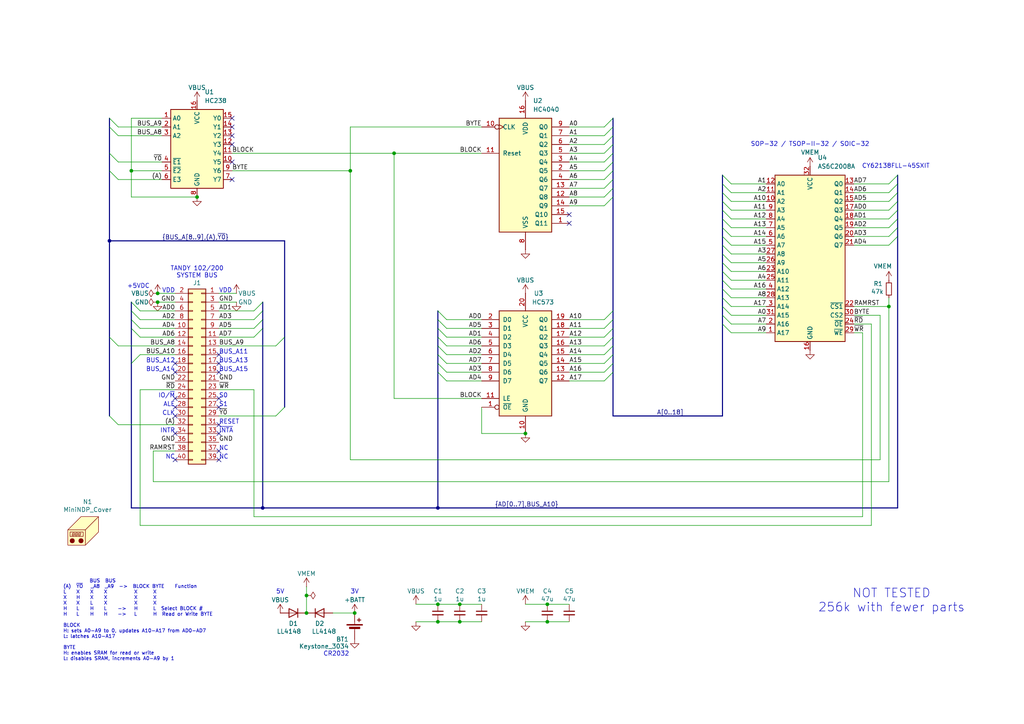
<source format=kicad_sch>
(kicad_sch (version 20250114) (generator "eeschema") (generator_version "9.0")
  (paper "A4")
  (title_block (title "MiniNDP_EZ256") (date "2025-11-20") (rev "05") (company "Brian K. White - b.kenyon.w@gmail.com") (comment 1 "github.com/bkw777/NODE_DATAPAC") (comment 2 "Use with RAM100.CO or RAM200.CO") (comment 3 "Work-alike of NODE Systems DATAPAC / RAMPAC"))
  (lib_symbols
    (symbol "000_LOCAL:4040" (pin_names (offset 1.016))
      (property "Reference" "U" (at -7.62 16.51 0))
      (property "Value" "4040" (at -7.62 -19.05 0))
      (symbol "4040_1_0"
        (pin input inverted_clock (at -12.7 12.7 0) (length 5.08) (name "CLK") (number "10"))
        (pin input line (at -12.7 5.08 0) (length 5.08) (name "Reset") (number "11"))
        (pin power_in line (at 0 20.32 270) (length 5.08) (name "VDD") (number "16"))
        (pin power_in line (at 0 -22.86 90) (length 5.08) (name "VSS") (number "8"))
        (pin output line (at 12.7 12.7 180) (length 5.08) (name "Q0") (number "9"))
        (pin output line (at 12.7 10.16 180) (length 5.08) (name "Q1") (number "7"))
        (pin output line (at 12.7 7.62 180) (length 5.08) (name "Q2") (number "6"))
        (pin output line (at 12.7 5.08 180) (length 5.08) (name "Q3") (number "5"))
        (pin output line (at 12.7 2.54 180) (length 5.08) (name "Q4") (number "3"))
        (pin output line (at 12.7 0 180) (length 5.08) (name "Q5") (number "2"))
        (pin output line (at 12.7 -2.54 180) (length 5.08) (name "Q6") (number "4"))
        (pin output line (at 12.7 -5.08 180) (length 5.08) (name "Q7") (number "13"))
        (pin output line (at 12.7 -7.62 180) (length 5.08) (name "Q8") (number "12"))
        (pin output line (at 12.7 -10.16 180) (length 5.08) (name "Q9") (number "14"))
        (pin output line (at 12.7 -12.7 180) (length 5.08) (name "Q10") (number "15"))
        (pin output line (at 12.7 -15.24 180) (length 5.08) (name "Q11") (number "1"))
      )
      (symbol "4040_1_1"
        (rectangle (start -7.62 15.24) (end 7.62 -17.78) (stroke (width 0.254)) (fill (type background)))
      )
    )
    (symbol "000_LOCAL:74HC238"
      (property "Reference" "U" (at -7.62 13.97 0))
      (property "Value" "HC238" (at 2.54 -11.43 0))
      (symbol "74HC238_0_1"
        (rectangle (start -7.62 12.7) (end 7.62 -10.16) (stroke (width 0.254)) (fill (type background)))
      )
      (symbol "74HC238_1_1"
        (pin input line (at -10.16 10.16 0) (length 2.54) (name "A0") (number "1"))
        (pin input line (at -10.16 7.62 0) (length 2.54) (name "A1") (number "2"))
        (pin input line (at -10.16 5.08 0) (length 2.54) (name "A2") (number "3"))
        (pin input line (at -10.16 -2.54 0) (length 2.54) (name "~{E1}") (number "4"))
        (pin input line (at -10.16 -5.08 0) (length 2.54) (name "~{E2}") (number "5"))
        (pin input line (at -10.16 -7.62 0) (length 2.54) (name "E3") (number "6"))
        (pin power_in line (at 0 15.24 270) (length 2.54) (name "VCC") (number "16"))
        (pin power_in line (at 0 -12.7 90) (length 2.54) (name "GND") (number "8"))
        (pin output line (at 10.16 10.16 180) (length 2.54) (name "Y0") (number "15"))
        (pin output line (at 10.16 7.62 180) (length 2.54) (name "Y1") (number "14"))
        (pin output line (at 10.16 5.08 180) (length 2.54) (name "Y2") (number "13"))
        (pin output line (at 10.16 2.54 180) (length 2.54) (name "Y3") (number "12"))
        (pin output line (at 10.16 0 180) (length 2.54) (name "Y4") (number "11"))
        (pin output line (at 10.16 -2.54 180) (length 2.54) (name "Y5") (number "10"))
        (pin output line (at 10.16 -5.08 180) (length 2.54) (name "Y6") (number "9"))
        (pin output line (at 10.16 -7.62 180) (length 2.54) (name "Y7") (number "7"))
      )
    )
    (symbol "000_LOCAL:74x573" (pin_names (offset 1.016))
      (property "Reference" "U?" (at 0 0.762 0))
      (property "Value" "74x573" (at 0.127 -2.032 0))
      (symbol "74x573_1_0"
        (pin input line (at -12.7 12.7 0) (length 5.08) (name "D0") (number "2"))
        (pin input line (at -12.7 10.16 0) (length 5.08) (name "D1") (number "3"))
        (pin input line (at -12.7 7.62 0) (length 5.08) (name "D2") (number "4"))
        (pin input line (at -12.7 5.08 0) (length 5.08) (name "D3") (number "5"))
        (pin input line (at -12.7 2.54 0) (length 5.08) (name "D4") (number "6"))
        (pin input line (at -12.7 0 0) (length 5.08) (name "D5") (number "7"))
        (pin input line (at -12.7 -2.54 0) (length 5.08) (name "D6") (number "8"))
        (pin input line (at -12.7 -5.08 0) (length 5.08) (name "D7") (number "9"))
        (pin input line (at -12.7 -10.16 0) (length 5.08) (name "LE") (number "11"))
        (pin input inverted (at -12.7 -12.7 0) (length 5.08) (name "~{OE}") (number "1"))
        (pin power_in line (at 0 20.32 270) (length 5.08) (name "VCC") (number "20"))
        (pin power_in line (at 0 -20.32 90) (length 5.08) (name "GND") (number "10"))
        (pin tri_state line (at 12.7 12.7 180) (length 5.08) (name "Q0") (number "19"))
        (pin tri_state line (at 12.7 10.16 180) (length 5.08) (name "Q1") (number "18"))
        (pin tri_state line (at 12.7 7.62 180) (length 5.08) (name "Q2") (number "17"))
        (pin tri_state line (at 12.7 5.08 180) (length 5.08) (name "Q3") (number "16"))
        (pin tri_state line (at 12.7 2.54 180) (length 5.08) (name "Q4") (number "15"))
        (pin tri_state line (at 12.7 0 180) (length 5.08) (name "Q5") (number "14"))
        (pin tri_state line (at 12.7 -2.54 180) (length 5.08) (name "Q6") (number "13"))
        (pin tri_state line (at 12.7 -5.08 180) (length 5.08) (name "Q7") (number "12"))
      )
      (symbol "74x573_1_1"
        (rectangle (start -7.62 15.24) (end 7.62 -15.24) (stroke (width 0.254)) (fill (type background)))
      )
    )
    (symbol "000_LOCAL:AS6C2008A_DIP32_SOP32"
      (property "Reference" "U" (at -10.16 23.495 0))
      (property "Value" "AS6C2008A_DIP32_SOP32" (at 2.54 23.495 0))
      (symbol "AS6C2008A_DIP32_SOP32_0_0"
        (pin power_in line (at 0 25.4 270) (length 2.54) (name "VCC") (number "32"))
        (pin power_in line (at 0 -27.94 90) (length 2.54) (name "GND") (number "16"))
      )
      (symbol "AS6C2008A_DIP32_SOP32_0_1"
        (rectangle (start -10.16 22.86) (end 10.16 -25.4) (stroke (width 0.254)) (fill (type background)))
      )
      (symbol "AS6C2008A_DIP32_SOP32_1_1"
        (pin input line (at -12.7 20.32 0) (length 2.54) (name "A0") (number "12"))
        (pin input line (at -12.7 17.78 0) (length 2.54) (name "A1") (number "11"))
        (pin input line (at -12.7 15.24 0) (length 2.54) (name "A2") (number "10"))
        (pin input line (at -12.7 12.7 0) (length 2.54) (name "A3") (number "9"))
        (pin input line (at -12.7 10.16 0) (length 2.54) (name "A4") (number "8"))
        (pin input line (at -12.7 7.62 0) (length 2.54) (name "A5") (number "7"))
        (pin input line (at -12.7 5.08 0) (length 2.54) (name "A6") (number "6"))
        (pin input line (at -12.7 2.54 0) (length 2.54) (name "A7") (number "5"))
        (pin input line (at -12.7 0 0) (length 2.54) (name "A8") (number "27"))
        (pin input line (at -12.7 -2.54 0) (length 2.54) (name "A9") (number "26"))
        (pin input line (at -12.7 -5.08 0) (length 2.54) (name "A10") (number "23"))
        (pin input line (at -12.7 -7.62 0) (length 2.54) (name "A11") (number "25"))
        (pin input line (at -12.7 -10.16 0) (length 2.54) (name "A12") (number "4"))
        (pin input line (at -12.7 -12.7 0) (length 2.54) (name "A13") (number "28"))
        (pin input line (at -12.7 -15.24 0) (length 2.54) (name "A14") (number "3"))
        (pin input line (at -12.7 -17.78 0) (length 2.54) (name "A15") (number "31"))
        (pin input line (at -12.7 -20.32 0) (length 2.54) (name "A16") (number "2"))
        (pin input line (at -12.7 -22.86 0) (length 2.54) (name "A17") (number "1"))
        (pin tri_state line (at 12.7 20.32 180) (length 2.54) (name "Q0") (number "13"))
        (pin tri_state line (at 12.7 17.78 180) (length 2.54) (name "Q1") (number "14"))
        (pin tri_state line (at 12.7 15.24 180) (length 2.54) (name "Q2") (number "15"))
        (pin tri_state line (at 12.7 12.7 180) (length 2.54) (name "Q3") (number "17"))
        (pin tri_state line (at 12.7 10.16 180) (length 2.54) (name "Q4") (number "18"))
        (pin tri_state line (at 12.7 7.62 180) (length 2.54) (name "Q5") (number "19"))
        (pin tri_state line (at 12.7 5.08 180) (length 2.54) (name "Q6") (number "20"))
        (pin tri_state line (at 12.7 2.54 180) (length 2.54) (name "Q7") (number "21"))
        (pin input line (at 12.7 -15.24 180) (length 2.54) (name "~{CS1}") (number "22"))
        (pin input line (at 12.7 -17.78 180) (length 2.54) (name "CS2") (number "30"))
        (pin input line (at 12.7 -20.32 180) (length 2.54) (name "~{OE}") (number "24"))
        (pin input line (at 12.7 -22.86 180) (length 2.54) (name "~{WE}") (number "29"))
      )
    )
    (symbol "000_LOCAL:Battery_Cell" (pin_numbers (hide yes)) (pin_names (offset 0) (hide yes))
      (property "Reference" "BT" (at 2.54 2.54 0))
      (property "Value" "Battery_Cell" (at 2.54 0 0))
      (symbol "Battery_Cell_0_1"
        (rectangle (start -2.286 1.778) (end 2.286 1.524) (fill (type outline)))
        (rectangle (start -1.524 1.016) (end 1.524 0.508) (fill (type outline)))
        (polyline (pts (xy 0 1.778) (xy 0 2.54)))
        (polyline (pts (xy 0 0.762) (xy 0 0)))
        (polyline (pts (xy 0.762 3.048) (xy 1.778 3.048)) (stroke (width 0.254)))
        (polyline (pts (xy 1.27 3.556) (xy 1.27 2.54)) (stroke (width 0.254)))
      )
      (symbol "Battery_Cell_1_1"
        (pin passive line (at 0 5.08 270) (length 2.54) (name "+") (number "1"))
        (pin passive line (at 0 -2.54 90) (length 2.54) (name "-") (number "2"))
      )
    )
    (symbol "000_LOCAL:C" (pin_numbers (hide yes)) (pin_names (offset 0.254) (hide yes))
      (property "Reference" "C" (at 0.254 1.778 0))
      (property "Value" "C" (at 0.254 -2.032 0))
      (symbol "C_0_1"
        (polyline (pts (xy -1.524 0.508) (xy 1.524 0.508)) (stroke (width 0.3048)))
        (polyline (pts (xy -1.524 -0.508) (xy 1.524 -0.508)) (stroke (width 0.3302)))
      )
      (symbol "C_1_1"
        (pin passive line (at 0 2.54 270) (length 2.032) (name "~") (number "1"))
        (pin passive line (at 0 -2.54 90) (length 2.032) (name "~") (number "2"))
      )
    )
    (symbol "000_LOCAL:Conn_02x20_Odd_Even" (pin_names (offset 1.016) (hide yes))
      (property "Reference" "J" (at 1.27 25.4 0))
      (property "Value" "Conn_02x20_Odd_Even" (at 1.27 -27.94 0))
      (symbol "Conn_02x20_Odd_Even_1_1"
        (rectangle (start -1.27 24.13) (end 3.81 -26.67) (stroke (width 0.254)) (fill (type background)))
        (rectangle (start -1.27 22.987) (end 0 22.733) (stroke (width 0.1524)))
        (rectangle (start -1.27 20.447) (end 0 20.193) (stroke (width 0.1524)))
        (rectangle (start -1.27 17.907) (end 0 17.653) (stroke (width 0.1524)))
        (rectangle (start -1.27 15.367) (end 0 15.113) (stroke (width 0.1524)))
        (rectangle (start -1.27 12.827) (end 0 12.573) (stroke (width 0.1524)))
        (rectangle (start -1.27 10.287) (end 0 10.033) (stroke (width 0.1524)))
        (rectangle (start -1.27 7.747) (end 0 7.493) (stroke (width 0.1524)))
        (rectangle (start -1.27 5.207) (end 0 4.953) (stroke (width 0.1524)))
        (rectangle (start -1.27 2.667) (end 0 2.413) (stroke (width 0.1524)))
        (rectangle (start -1.27 0.127) (end 0 -0.127) (stroke (width 0.1524)))
        (rectangle (start -1.27 -2.413) (end 0 -2.667) (stroke (width 0.1524)))
        (rectangle (start -1.27 -4.953) (end 0 -5.207) (stroke (width 0.1524)))
        (rectangle (start -1.27 -7.493) (end 0 -7.747) (stroke (width 0.1524)))
        (rectangle (start -1.27 -10.033) (end 0 -10.287) (stroke (width 0.1524)))
        (rectangle (start -1.27 -12.573) (end 0 -12.827) (stroke (width 0.1524)))
        (rectangle (start -1.27 -15.113) (end 0 -15.367) (stroke (width 0.1524)))
        (rectangle (start -1.27 -17.653) (end 0 -17.907) (stroke (width 0.1524)))
        (rectangle (start -1.27 -20.193) (end 0 -20.447) (stroke (width 0.1524)))
        (rectangle (start -1.27 -22.733) (end 0 -22.987) (stroke (width 0.1524)))
        (rectangle (start -1.27 -25.273) (end 0 -25.527) (stroke (width 0.1524)))
        (rectangle (start 3.81 22.987) (end 2.54 22.733) (stroke (width 0.1524)))
        (rectangle (start 3.81 20.447) (end 2.54 20.193) (stroke (width 0.1524)))
        (rectangle (start 3.81 17.907) (end 2.54 17.653) (stroke (width 0.1524)))
        (rectangle (start 3.81 15.367) (end 2.54 15.113) (stroke (width 0.1524)))
        (rectangle (start 3.81 12.827) (end 2.54 12.573) (stroke (width 0.1524)))
        (rectangle (start 3.81 10.287) (end 2.54 10.033) (stroke (width 0.1524)))
        (rectangle (start 3.81 7.747) (end 2.54 7.493) (stroke (width 0.1524)))
        (rectangle (start 3.81 5.207) (end 2.54 4.953) (stroke (width 0.1524)))
        (rectangle (start 3.81 2.667) (end 2.54 2.413) (stroke (width 0.1524)))
        (rectangle (start 3.81 0.127) (end 2.54 -0.127) (stroke (width 0.1524)))
        (rectangle (start 3.81 -2.413) (end 2.54 -2.667) (stroke (width 0.1524)))
        (rectangle (start 3.81 -4.953) (end 2.54 -5.207) (stroke (width 0.1524)))
        (rectangle (start 3.81 -7.493) (end 2.54 -7.747) (stroke (width 0.1524)))
        (rectangle (start 3.81 -10.033) (end 2.54 -10.287) (stroke (width 0.1524)))
        (rectangle (start 3.81 -12.573) (end 2.54 -12.827) (stroke (width 0.1524)))
        (rectangle (start 3.81 -15.113) (end 2.54 -15.367) (stroke (width 0.1524)))
        (rectangle (start 3.81 -17.653) (end 2.54 -17.907) (stroke (width 0.1524)))
        (rectangle (start 3.81 -20.193) (end 2.54 -20.447) (stroke (width 0.1524)))
        (rectangle (start 3.81 -22.733) (end 2.54 -22.987) (stroke (width 0.1524)))
        (rectangle (start 3.81 -25.273) (end 2.54 -25.527) (stroke (width 0.1524)))
        (pin passive line (at -5.08 22.86 0) (length 3.81) (name "Pin_1") (number "1"))
        (pin passive line (at -5.08 20.32 0) (length 3.81) (name "Pin_3") (number "3"))
        (pin passive line (at -5.08 17.78 0) (length 3.81) (name "Pin_5") (number "5"))
        (pin passive line (at -5.08 15.24 0) (length 3.81) (name "Pin_7") (number "7"))
        (pin passive line (at -5.08 12.7 0) (length 3.81) (name "Pin_9") (number "9"))
        (pin passive line (at -5.08 10.16 0) (length 3.81) (name "Pin_11") (number "11"))
        (pin passive line (at -5.08 7.62 0) (length 3.81) (name "Pin_13") (number "13"))
        (pin passive line (at -5.08 5.08 0) (length 3.81) (name "Pin_15") (number "15"))
        (pin passive line (at -5.08 2.54 0) (length 3.81) (name "Pin_17") (number "17"))
        (pin passive line (at -5.08 0 0) (length 3.81) (name "Pin_19") (number "19"))
        (pin passive line (at -5.08 -2.54 0) (length 3.81) (name "Pin_21") (number "21"))
        (pin passive line (at -5.08 -5.08 0) (length 3.81) (name "Pin_23") (number "23"))
        (pin passive line (at -5.08 -7.62 0) (length 3.81) (name "Pin_25") (number "25"))
        (pin passive line (at -5.08 -10.16 0) (length 3.81) (name "Pin_27") (number "27"))
        (pin passive line (at -5.08 -12.7 0) (length 3.81) (name "Pin_29") (number "29"))
        (pin passive line (at -5.08 -15.24 0) (length 3.81) (name "Pin_31") (number "31"))
        (pin passive line (at -5.08 -17.78 0) (length 3.81) (name "Pin_33") (number "33"))
        (pin passive line (at -5.08 -20.32 0) (length 3.81) (name "Pin_35") (number "35"))
        (pin passive line (at -5.08 -22.86 0) (length 3.81) (name "Pin_37") (number "37"))
        (pin passive line (at -5.08 -25.4 0) (length 3.81) (name "Pin_39") (number "39"))
        (pin passive line (at 7.62 22.86 180) (length 3.81) (name "Pin_2") (number "2"))
        (pin passive line (at 7.62 20.32 180) (length 3.81) (name "Pin_4") (number "4"))
        (pin passive line (at 7.62 17.78 180) (length 3.81) (name "Pin_6") (number "6"))
        (pin passive line (at 7.62 15.24 180) (length 3.81) (name "Pin_8") (number "8"))
        (pin passive line (at 7.62 12.7 180) (length 3.81) (name "Pin_10") (number "10"))
        (pin passive line (at 7.62 10.16 180) (length 3.81) (name "Pin_12") (number "12"))
        (pin passive line (at 7.62 7.62 180) (length 3.81) (name "Pin_14") (number "14"))
        (pin passive line (at 7.62 5.08 180) (length 3.81) (name "Pin_16") (number "16"))
        (pin passive line (at 7.62 2.54 180) (length 3.81) (name "Pin_18") (number "18"))
        (pin passive line (at 7.62 0 180) (length 3.81) (name "Pin_20") (number "20"))
        (pin passive line (at 7.62 -2.54 180) (length 3.81) (name "Pin_22") (number "22"))
        (pin passive line (at 7.62 -5.08 180) (length 3.81) (name "Pin_24") (number "24"))
        (pin passive line (at 7.62 -7.62 180) (length 3.81) (name "Pin_26") (number "26"))
        (pin passive line (at 7.62 -10.16 180) (length 3.81) (name "Pin_28") (number "28"))
        (pin passive line (at 7.62 -12.7 180) (length 3.81) (name "Pin_30") (number "30"))
        (pin passive line (at 7.62 -15.24 180) (length 3.81) (name "Pin_32") (number "32"))
        (pin passive line (at 7.62 -17.78 180) (length 3.81) (name "Pin_34") (number "34"))
        (pin passive line (at 7.62 -20.32 180) (length 3.81) (name "Pin_36") (number "36"))
        (pin passive line (at 7.62 -22.86 180) (length 3.81) (name "Pin_38") (number "38"))
        (pin passive line (at 7.62 -25.4 180) (length 3.81) (name "Pin_40") (number "40"))
      )
    )
    (symbol "000_LOCAL:Housing" (pin_names (offset 1.016)) (exclude_from_sim yes)
      (property "Reference" "N" (at 3.81 0 0))
      (property "Value" "Housing" (at 3.81 -1.905 0))
      (symbol "Housing_0_1"
        (polyline (pts (xy -5.715 0) (xy -0.635 0) (xy 3.175 3.81)))
        (polyline (pts (xy -5.715 0) (xy -5.715 -4.445) (xy -0.635 -4.445) (xy 3.175 -0.635) (xy 3.175 3.81) (xy -1.905 3.81) (xy -5.715 0)) (fill (type background)))
        (rectangle (start -5.08 -0.635) (end -1.27 -1.905))
        (polyline (pts (xy -4.5212 -1.5748) (xy -4.4704 -1.3716)))
        (circle (center -4.445 -3.175) (radius 0.635) (fill (type outline)))
        (polyline (pts (xy -4.4196 -1.2192) (xy -4.3688 -0.9652)))
        (polyline (pts (xy -4.4196 -1.6764) (xy -4.064 -1.6764)))
        (polyline (pts (xy -4.318 -1.3208) (xy -4.0132 -1.3208)))
        (polyline (pts (xy -4.2164 -0.9144) (xy -3.9116 -0.9144)))
        (polyline (pts (xy -3.9116 -1.6256) (xy -3.8608 -1.3716)))
        (polyline (pts (xy -3.81 -1.2192) (xy -3.7592 -0.9652)))
        (polyline (pts (xy -3.6068 -1.5748) (xy -3.556 -1.3716)))
        (polyline (pts (xy -3.5052 -1.2192) (xy -3.4544 -0.9652)))
        (polyline (pts (xy -3.5052 -1.6764) (xy -3.1496 -1.6764)))
        (polyline (pts (xy -3.4036 -1.3208) (xy -3.0988 -1.3208)))
        (polyline (pts (xy -3.302 -0.9144) (xy -2.9972 -0.9144)))
        (polyline (pts (xy -2.9972 -1.6256) (xy -2.9464 -1.3716)))
        (polyline (pts (xy -2.8956 -1.2192) (xy -2.8448 -0.9652)))
        (polyline (pts (xy -2.6924 -1.5748) (xy -2.6416 -1.3716)))
        (polyline (pts (xy -2.5908 -1.2192) (xy -2.54 -0.9652)))
        (polyline (pts (xy -2.5908 -1.6764) (xy -2.2352 -1.6764)))
        (polyline (pts (xy -2.4892 -1.3208) (xy -2.1844 -1.3208)))
        (polyline (pts (xy -2.3876 -0.9144) (xy -2.0828 -0.9144)))
        (polyline (pts (xy -2.0828 -1.6256) (xy -2.032 -1.3716)))
        (polyline (pts (xy -1.9812 -1.2192) (xy -1.9304 -0.9652)))
        (circle (center -1.905 -3.175) (radius 0.635) (fill (type outline)))
        (polyline (pts (xy -0.635 0) (xy -0.635 -4.445)))
      )
    )
    (symbol "000_LOCAL:LL4148" (pin_numbers (hide yes)) (pin_names (hide yes))
      (property "Reference" "D" (at 0 2.54 0))
      (property "Value" "LL4148" (at 0 -2.54 0))
      (symbol "LL4148_0_1"
        (polyline (pts (xy -1.27 1.27) (xy -1.27 -1.27)) (stroke (width 0.254)))
        (polyline (pts (xy 1.27 1.27) (xy 1.27 -1.27) (xy -1.27 0) (xy 1.27 1.27)) (stroke (width 0.254)))
        (polyline (pts (xy 1.27 0) (xy -1.27 0)))
      )
      (symbol "LL4148_1_1"
        (pin passive line (at -3.81 0 0) (length 2.54) (name "K") (number "1"))
        (pin passive line (at 3.81 0 180) (length 2.54) (name "A") (number "2"))
      )
    )
    (symbol "000_LOCAL:R" (pin_numbers (hide yes)) (pin_names (offset 0.254) (hide yes))
      (property "Reference" "R" (at 0.762 0.508 0))
      (property "Value" "R_Small" (at 0.762 -1.016 0))
      (symbol "R_0_1"
        (rectangle (start -0.762 1.778) (end 0.762 -1.778) (stroke (width 0.2032)))
      )
      (symbol "R_1_1"
        (pin passive line (at 0 2.54 270) (length 0.762) (name "~") (number "1"))
        (pin passive line (at 0 -2.54 90) (length 0.762) (name "~") (number "2"))
      )
    )
    (symbol "power:+BATT" (power) (pin_numbers (hide yes)) (pin_names (offset 0) (hide yes))
      (property "Value" "+BATT" (at 0 3.556 0))
      (symbol "+BATT_0_1"
        (polyline (pts (xy -0.762 1.27) (xy 0 2.54)))
        (polyline (pts (xy 0 2.54) (xy 0.762 1.27)))
        (polyline (pts (xy 0 0) (xy 0 2.54)))
      )
      (symbol "+BATT_1_1"
        (pin power_in line (at 0 0 90) (length 0) (name "~") (number "1"))
      )
    )
    (symbol "power:GND" (power) (pin_numbers (hide yes)) (pin_names (offset 0) (hide yes))
      (property "Value" "GND" (at 0 -3.81 0))
      (symbol "GND_0_1"
        (polyline (pts (xy 0 0) (xy 0 -1.27) (xy 1.27 -1.27) (xy 0 -2.54) (xy -1.27 -1.27) (xy 0 -1.27)))
      )
      (symbol "GND_1_1"
        (pin power_in line (at 0 0 270) (length 0) (name "~") (number "1"))
      )
    )
    (symbol "power:PWR_FLAG" (power) (pin_numbers (hide yes)) (pin_names (offset 0) (hide yes))
      (property "Value" "PWR_FLAG" (at 0 3.81 0))
      (symbol "PWR_FLAG_0_0"
        (pin power_out line (at 0 0 90) (length 0) (name "~") (number "1"))
      )
      (symbol "PWR_FLAG_0_1"
        (polyline (pts (xy 0 0) (xy 0 1.27) (xy -1.016 1.905) (xy 0 2.54) (xy 1.016 1.905) (xy 0 1.27)))
      )
    )
    (symbol "power:VBUS" (power) (pin_numbers (hide yes)) (pin_names (offset 0) (hide yes))
      (property "Value" "VBUS" (at 0 3.556 0))
      (symbol "VBUS_0_1"
        (polyline (pts (xy -0.762 1.27) (xy 0 2.54)))
        (polyline (pts (xy 0 2.54) (xy 0.762 1.27)))
        (polyline (pts (xy 0 0) (xy 0 2.54)))
      )
      (symbol "VBUS_1_1"
        (pin power_in line (at 0 0 90) (length 0) (name "~") (number "1"))
      )
    )
    (symbol "power:VMEM" (power) (pin_numbers (hide yes)) (pin_names (offset 0) (hide yes))
      (property "Value" "VMEM" (at 0 3.556 0))
      (symbol "VMEM_0_1"
        (polyline (pts (xy -0.762 1.27) (xy 0 2.54)))
        (polyline (pts (xy 0 2.54) (xy 0.762 1.27)))
        (polyline (pts (xy 0 0) (xy 0 2.54)))
      )
      (symbol "VMEM_1_1"
        (pin power_in line (at 0 0 90) (length 0) (name "~") (number "1"))
      )
    )
  )
  (text "BUS_A11" (at 63.5 102.87 0) (effects (font (size 1.27 1.27)) (justify left bottom)))
  (text "TANDY 102/200\nSYSTEM BUS" (at 57.15 80.772 0) (effects (font (size 1.27 1.27)) (justify bottom)))
  (text "+5VDC" (at 36.83 83.82 0) (effects (font (size 1.27 1.27)) (justify left bottom)))
  (text "BUS_A15" (at 63.5 107.95 0) (effects (font (size 1.27 1.27)) (justify left bottom)))
  (text "CY62138FLL-45SXIT" (at 259.842 48.26 0) (effects (font (size 1.27 1.27))))
  (text "INTR" (at 50.8 125.73 0) (effects (font (size 1.27 1.27)) (justify right bottom)))
  (text "BUS_A14" (at 50.8 107.95 0) (effects (font (size 1.27 1.27)) (justify right bottom)))
  (text "ALE" (at 50.8 118.11 0) (effects (font (size 1.27 1.27)) (justify right bottom)))
  (text "S1" (at 63.5 118.11 0) (effects (font (size 1.27 1.27)) (justify left bottom)))
  (text "SOP-32 / TSOP-II-32 / SOIC-32" (at 234.95 41.91 0) (effects (font (size 1.27 1.27))))
  (text "NC" (at 63.5 133.35 0) (effects (font (size 1.27 1.27)) (justify left bottom)))
  (text "NC" (at 63.5 130.81 0) (effects (font (size 1.27 1.27)) (justify left bottom)))
  (text "NOT TESTED\n256k with fewer parts" (at 258.572 174.244 0) (effects (font (size 2.54 2.54))))
  (text "~{INTA}" (at 63.5 125.73 0) (effects (font (size 1.27 1.27)) (justify left bottom)))
  (text "CR2032" (at 97.536 189.738 0) (effects (font (size 1.27 1.27))))
  (text "CLK" (at 50.8 120.65 0) (effects (font (size 1.27 1.27)) (justify right bottom)))
  (text "IO/~{M}" (at 50.8 115.57 0) (effects (font (size 1.27 1.27)) (justify right bottom)))
  (text "VDD" (at 50.8 85.09 0) (effects (font (size 1.27 1.27)) (justify right bottom)))
  (text "3V" (at 102.87 171.704 0) (effects (font (size 1.27 1.27))))
  (text "S0" (at 63.5 115.57 0) (effects (font (size 1.27 1.27)) (justify left bottom)))
  (text "RESET" (at 63.5 123.19 0) (effects (font (size 1.27 1.27)) (justify left bottom)))
  (text "NC" (at 50.8 133.35 0) (effects (font (size 1.27 1.27)) (justify right bottom)))
  (text "VDD" (at 63.5 85.09 0) (effects (font (size 1.27 1.27)) (justify left bottom)))
  (text "5V" (at 81.28 171.704 0) (effects (font (size 1.27 1.27))))
  (text "BUS_A13" (at 63.5 105.41 0) (effects (font (size 1.27 1.27)) (justify left bottom)))
  (text "          BUS  BUS\n(A)	~{YO}   _A8  _A9  ->  BLOCK BYTE    Function\nL	X	X	X		 X	   X\nX	H	X	X		 X	   X\nX	X	L	X		 X	   X\nH	L	H	L	->   H	   L  Select BLOCK #\nH	L	H	H	->   L	   H  Read or Write BYTE\n\nBLOCK\nH: sets A0-A9 to 0, updates A10-A17 from AD0-AD7\nL: latches A10-A17\n\nBYTE\nH: enables SRAM for read or write\nL: disables SRAM, increments A0-A9 by 1\n" (at 18.288 191.77 0) (effects (font (size 1 1)) (justify left bottom)))
  (text "BUS_A12" (at 50.8 105.41 0) (effects (font (size 1.27 1.27)) (justify right bottom)))
  (junction (at 45.72 85.09))
  (junction (at 152.4 125.73))
  (junction (at 133.35 175.26))
  (junction (at 102.87 177.8))
  (junction (at 127 147.32))
  (junction (at 45.72 87.63))
  (junction (at 76.2 147.32))
  (junction (at 38.1 49.53))
  (junction (at 127 180.34))
  (junction (at 31.75 69.85))
  (junction (at 88.9 172.72))
  (junction (at 88.9 177.8))
  (junction (at 57.15 57.15))
  (junction (at 158.75 180.34))
  (junction (at 257.81 88.9))
  (junction (at 127 175.26))
  (junction (at 133.35 180.34))
  (junction (at 101.6 49.53))
  (junction (at 114.3 44.45))
  (junction (at 158.75 175.26))
  (no_connect (at 63.5 123.19))
  (no_connect (at 63.5 107.95))
  (no_connect (at 67.31 34.29))
  (no_connect (at 50.8 133.35))
  (no_connect (at 63.5 115.57))
  (no_connect (at 63.5 133.35))
  (no_connect (at 67.31 52.07))
  (no_connect (at 50.8 115.57))
  (no_connect (at 165.1 64.77))
  (no_connect (at 50.8 105.41))
  (no_connect (at 67.31 36.83))
  (no_connect (at 67.31 46.99))
  (no_connect (at 50.8 107.95))
  (no_connect (at 50.8 125.73))
  (no_connect (at 50.8 118.11))
  (no_connect (at 50.8 120.65))
  (no_connect (at 63.5 130.81))
  (no_connect (at 165.1 62.23))
  (no_connect (at 63.5 105.41))
  (no_connect (at 63.5 118.11))
  (no_connect (at 63.5 125.73))
  (no_connect (at 67.31 39.37))
  (no_connect (at 63.5 102.87))
  (no_connect (at 67.31 41.91))
  (bus_entry (at 257.81 55.88) (size 2.54 -2.54))
  (bus_entry (at 40.64 95.25) (size -2.54 -2.54))
  (bus_entry (at 127 107.95) (size 2.54 2.54))
  (bus_entry (at 212.09 63.5) (size -2.54 -2.54))
  (bus_entry (at 38.1 105.41) (size 2.54 -2.54))
  (bus_entry (at 175.26 102.87) (size 2.54 -2.54))
  (bus_entry (at 175.26 39.37) (size 2.54 -2.54))
  (bus_entry (at 212.09 66.04) (size -2.54 -2.54))
  (bus_entry (at 212.09 76.2) (size -2.54 -2.54))
  (bus_entry (at 175.26 105.41) (size 2.54 -2.54))
  (bus_entry (at 127 102.87) (size 2.54 2.54))
  (bus_entry (at 31.75 44.45) (size 2.54 2.54))
  (bus_entry (at 40.64 97.79) (size -2.54 -2.54))
  (bus_entry (at 212.09 88.9) (size -2.54 -2.54))
  (bus_entry (at 40.64 90.17) (size -2.54 -2.54))
  (bus_entry (at 31.75 34.29) (size 2.54 2.54))
  (bus_entry (at 175.26 52.07) (size 2.54 -2.54))
  (bus_entry (at 212.09 71.12) (size -2.54 -2.54))
  (bus_entry (at 212.09 68.58) (size -2.54 -2.54))
  (bus_entry (at 212.09 60.96) (size -2.54 -2.54))
  (bus_entry (at 175.26 59.69) (size 2.54 -2.54))
  (bus_entry (at 175.26 44.45) (size 2.54 -2.54))
  (bus_entry (at 175.26 46.99) (size 2.54 -2.54))
  (bus_entry (at 212.09 73.66) (size -2.54 -2.54))
  (bus_entry (at 212.09 81.28) (size -2.54 -2.54))
  (bus_entry (at 175.26 36.83) (size 2.54 -2.54))
  (bus_entry (at 73.66 90.17) (size 2.54 -2.54))
  (bus_entry (at 82.55 118.11) (size -2.54 2.54))
  (bus_entry (at 175.26 97.79) (size 2.54 -2.54))
  (bus_entry (at 175.26 54.61) (size 2.54 -2.54))
  (bus_entry (at 212.09 93.98) (size -2.54 -2.54))
  (bus_entry (at 257.81 63.5) (size 2.54 -2.54))
  (bus_entry (at 175.26 107.95) (size 2.54 -2.54))
  (bus_entry (at 212.09 55.88) (size -2.54 -2.54))
  (bus_entry (at 175.26 49.53) (size 2.54 -2.54))
  (bus_entry (at 82.55 97.79) (size -2.54 2.54))
  (bus_entry (at 257.81 66.04) (size 2.54 -2.54))
  (bus_entry (at 127 105.41) (size 2.54 2.54))
  (bus_entry (at 31.75 36.83) (size 2.54 2.54))
  (bus_entry (at 31.75 49.53) (size 2.54 2.54))
  (bus_entry (at 212.09 78.74) (size -2.54 -2.54))
  (bus_entry (at 257.81 71.12) (size 2.54 -2.54))
  (bus_entry (at 257.81 68.58) (size 2.54 -2.54))
  (bus_entry (at 175.26 41.91) (size 2.54 -2.54))
  (bus_entry (at 40.64 92.71) (size -2.54 -2.54))
  (bus_entry (at 73.66 97.79) (size 2.54 -2.54))
  (bus_entry (at 127 90.17) (size 2.54 2.54))
  (bus_entry (at 175.26 95.25) (size 2.54 -2.54))
  (bus_entry (at 212.09 83.82) (size -2.54 -2.54))
  (bus_entry (at 257.81 58.42) (size 2.54 -2.54))
  (bus_entry (at 127 100.33) (size 2.54 2.54))
  (bus_entry (at 257.81 53.34) (size 2.54 -2.54))
  (bus_entry (at 212.09 91.44) (size -2.54 -2.54))
  (bus_entry (at 175.26 92.71) (size 2.54 -2.54))
  (bus_entry (at 212.09 86.36) (size -2.54 -2.54))
  (bus_entry (at 257.81 60.96) (size 2.54 -2.54))
  (bus_entry (at 31.75 97.79) (size 2.54 2.54))
  (bus_entry (at 127 97.79) (size 2.54 2.54))
  (bus_entry (at 212.09 96.52) (size -2.54 -2.54))
  (bus_entry (at 175.26 100.33) (size 2.54 -2.54))
  (bus_entry (at 212.09 53.34) (size -2.54 -2.54))
  (bus_entry (at 73.66 92.71) (size 2.54 -2.54))
  (bus_entry (at 127 92.71) (size 2.54 2.54))
  (bus_entry (at 127 95.25) (size 2.54 2.54))
  (bus_entry (at 212.09 58.42) (size -2.54 -2.54))
  (bus_entry (at 175.26 110.49) (size 2.54 -2.54))
  (bus_entry (at 34.29 123.19) (size -2.54 -2.54))
  (bus_entry (at 175.26 57.15) (size 2.54 -2.54))
  (bus_entry (at 73.66 95.25) (size 2.54 -2.54))
  (bus (pts (xy 127 102.87) (xy 127 105.41)))
  (bus (pts (xy 177.8 52.07) (xy 177.8 54.61)))
  (wire (pts (xy 165.1 41.91) (xy 175.26 41.91)))
  (bus (pts (xy 177.8 36.83) (xy 177.8 39.37)))
  (bus (pts (xy 209.55 86.36) (xy 209.55 88.9)))
  (bus (pts (xy 76.2 147.32) (xy 127 147.32)))
  (wire (pts (xy 101.6 133.35) (xy 255.27 133.35)))
  (wire (pts (xy 255.27 91.44) (xy 255.27 133.35)))
  (wire (pts (xy 44.45 130.81) (xy 44.45 139.7)))
  (wire (pts (xy 212.09 73.66) (xy 222.25 73.66)))
  (bus (pts (xy 209.55 93.98) (xy 209.55 91.44)))
  (wire (pts (xy 247.65 71.12) (xy 257.81 71.12)))
  (wire (pts (xy 129.54 105.41) (xy 139.7 105.41)))
  (wire (pts (xy 139.7 118.11) (xy 139.7 125.73)))
  (wire (pts (xy 212.09 58.42) (xy 222.25 58.42)))
  (wire (pts (xy 165.1 100.33) (xy 175.26 100.33)))
  (bus (pts (xy 209.55 71.12) (xy 209.55 73.66)))
  (wire (pts (xy 152.4 175.26) (xy 158.75 175.26)))
  (wire (pts (xy 101.6 36.83) (xy 101.6 49.53)))
  (wire (pts (xy 34.29 46.99) (xy 46.99 46.99)))
  (wire (pts (xy 40.64 97.79) (xy 50.8 97.79)))
  (bus (pts (xy 82.55 69.85) (xy 82.55 97.79)))
  (bus (pts (xy 177.8 120.65) (xy 209.55 120.65)))
  (wire (pts (xy 34.29 100.33) (xy 50.8 100.33)))
  (bus (pts (xy 209.55 53.34) (xy 209.55 55.88)))
  (bus (pts (xy 38.1 90.17) (xy 38.1 92.71)))
  (wire (pts (xy 101.6 49.53) (xy 101.6 133.35)))
  (wire (pts (xy 212.09 78.74) (xy 222.25 78.74)))
  (wire (pts (xy 114.3 44.45) (xy 114.3 115.57)))
  (wire (pts (xy 40.64 90.17) (xy 50.8 90.17)))
  (bus (pts (xy 177.8 46.99) (xy 177.8 49.53)))
  (wire (pts (xy 63.5 100.33) (xy 80.01 100.33)))
  (wire (pts (xy 165.1 52.07) (xy 175.26 52.07)))
  (bus (pts (xy 260.35 60.96) (xy 260.35 63.5)))
  (wire (pts (xy 247.65 66.04) (xy 257.81 66.04)))
  (bus (pts (xy 177.8 100.33) (xy 177.8 102.87)))
  (wire (pts (xy 212.09 68.58) (xy 222.25 68.58)))
  (bus (pts (xy 209.55 50.8) (xy 209.55 53.34)))
  (wire (pts (xy 165.1 92.71) (xy 175.26 92.71)))
  (wire (pts (xy 152.4 180.34) (xy 158.75 180.34)))
  (wire (pts (xy 212.09 55.88) (xy 222.25 55.88)))
  (wire (pts (xy 165.1 110.49) (xy 175.26 110.49)))
  (bus (pts (xy 209.55 68.58) (xy 209.55 71.12)))
  (wire (pts (xy 158.75 180.34) (xy 165.1 180.34)))
  (wire (pts (xy 120.65 180.34) (xy 127 180.34)))
  (wire (pts (xy 165.1 102.87) (xy 175.26 102.87)))
  (wire (pts (xy 212.09 81.28) (xy 222.25 81.28)))
  (bus (pts (xy 209.55 66.04) (xy 209.55 68.58)))
  (wire (pts (xy 212.09 91.44) (xy 222.25 91.44)))
  (wire (pts (xy 250.19 96.52) (xy 250.19 149.86)))
  (wire (pts (xy 45.72 85.09) (xy 50.8 85.09)))
  (wire (pts (xy 73.66 113.03) (xy 73.66 149.86)))
  (bus (pts (xy 38.1 105.41) (xy 38.1 147.32)))
  (wire (pts (xy 212.09 60.96) (xy 222.25 60.96)))
  (bus (pts (xy 209.55 60.96) (xy 209.55 63.5)))
  (wire (pts (xy 129.54 102.87) (xy 139.7 102.87)))
  (bus (pts (xy 260.35 63.5) (xy 260.35 66.04)))
  (bus (pts (xy 209.55 73.66) (xy 209.55 76.2)))
  (wire (pts (xy 63.5 90.17) (xy 73.66 90.17)))
  (wire (pts (xy 40.64 95.25) (xy 50.8 95.25)))
  (bus (pts (xy 31.75 97.79) (xy 31.75 120.65)))
  (wire (pts (xy 68.58 87.63) (xy 63.5 87.63)))
  (wire (pts (xy 257.81 86.36) (xy 257.81 88.9)))
  (bus (pts (xy 177.8 39.37) (xy 177.8 41.91)))
  (wire (pts (xy 165.1 39.37) (xy 175.26 39.37)))
  (bus (pts (xy 177.8 97.79) (xy 177.8 100.33)))
  (bus (pts (xy 177.8 34.29) (xy 177.8 36.83)))
  (bus (pts (xy 260.35 55.88) (xy 260.35 58.42)))
  (wire (pts (xy 127 175.26) (xy 133.35 175.26)))
  (wire (pts (xy 101.6 36.83) (xy 139.7 36.83)))
  (bus (pts (xy 177.8 41.91) (xy 177.8 44.45)))
  (bus (pts (xy 177.8 92.71) (xy 177.8 95.25)))
  (bus (pts (xy 177.8 102.87) (xy 177.8 105.41)))
  (wire (pts (xy 165.1 49.53) (xy 175.26 49.53)))
  (wire (pts (xy 165.1 105.41) (xy 175.26 105.41)))
  (wire (pts (xy 212.09 88.9) (xy 222.25 88.9)))
  (bus (pts (xy 209.55 120.65) (xy 209.55 93.98)))
  (bus (pts (xy 127 100.33) (xy 127 102.87)))
  (wire (pts (xy 165.1 36.83) (xy 175.26 36.83)))
  (bus (pts (xy 177.8 95.25) (xy 177.8 97.79)))
  (bus (pts (xy 82.55 97.79) (xy 82.55 118.11)))
  (wire (pts (xy 247.65 96.52) (xy 250.19 96.52)))
  (wire (pts (xy 247.65 60.96) (xy 257.81 60.96)))
  (wire (pts (xy 129.54 92.71) (xy 139.7 92.71)))
  (bus (pts (xy 38.1 95.25) (xy 38.1 105.41)))
  (wire (pts (xy 114.3 115.57) (xy 139.7 115.57)))
  (wire (pts (xy 63.5 113.03) (xy 73.66 113.03)))
  (wire (pts (xy 129.54 110.49) (xy 139.7 110.49)))
  (wire (pts (xy 212.09 53.34) (xy 222.25 53.34)))
  (wire (pts (xy 165.1 95.25) (xy 175.26 95.25)))
  (wire (pts (xy 45.72 87.63) (xy 50.8 87.63)))
  (wire (pts (xy 165.1 59.69) (xy 175.26 59.69)))
  (bus (pts (xy 177.8 107.95) (xy 177.8 120.65)))
  (wire (pts (xy 165.1 46.99) (xy 175.26 46.99)))
  (wire (pts (xy 88.9 172.72) (xy 88.9 177.8)))
  (bus (pts (xy 260.35 53.34) (xy 260.35 55.88)))
  (wire (pts (xy 67.31 49.53) (xy 101.6 49.53)))
  (bus (pts (xy 31.75 44.45) (xy 31.75 49.53)))
  (bus (pts (xy 260.35 66.04) (xy 260.35 68.58)))
  (bus (pts (xy 209.55 63.5) (xy 209.55 66.04)))
  (bus (pts (xy 76.2 90.17) (xy 76.2 92.71)))
  (bus (pts (xy 209.55 55.88) (xy 209.55 58.42)))
  (bus (pts (xy 260.35 50.8) (xy 260.35 53.34)))
  (bus (pts (xy 209.55 76.2) (xy 209.55 78.74)))
  (bus (pts (xy 76.2 92.71) (xy 76.2 95.25)))
  (wire (pts (xy 247.65 63.5) (xy 257.81 63.5)))
  (bus (pts (xy 209.55 88.9) (xy 209.55 91.44)))
  (wire (pts (xy 129.54 97.79) (xy 139.7 97.79)))
  (wire (pts (xy 212.09 76.2) (xy 222.25 76.2)))
  (bus (pts (xy 209.55 81.28) (xy 209.55 83.82)))
  (wire (pts (xy 38.1 49.53) (xy 38.1 34.29)))
  (wire (pts (xy 133.35 180.34) (xy 139.7 180.34)))
  (bus (pts (xy 127 95.25) (xy 127 97.79)))
  (bus (pts (xy 38.1 92.71) (xy 38.1 95.25)))
  (bus (pts (xy 260.35 68.58) (xy 260.35 147.32)))
  (wire (pts (xy 38.1 57.15) (xy 57.15 57.15)))
  (wire (pts (xy 63.5 92.71) (xy 73.66 92.71)))
  (wire (pts (xy 165.1 107.95) (xy 175.26 107.95)))
  (wire (pts (xy 212.09 63.5) (xy 222.25 63.5)))
  (bus (pts (xy 177.8 44.45) (xy 177.8 46.99)))
  (wire (pts (xy 212.09 71.12) (xy 222.25 71.12)))
  (wire (pts (xy 96.52 177.8) (xy 102.87 177.8)))
  (wire (pts (xy 38.1 34.29) (xy 46.99 34.29)))
  (bus (pts (xy 31.75 34.29) (xy 31.75 36.83)))
  (bus (pts (xy 260.35 58.42) (xy 260.35 60.96)))
  (wire (pts (xy 247.65 91.44) (xy 255.27 91.44)))
  (wire (pts (xy 114.3 44.45) (xy 139.7 44.45)))
  (bus (pts (xy 76.2 87.63) (xy 76.2 90.17)))
  (wire (pts (xy 247.65 58.42) (xy 257.81 58.42)))
  (wire (pts (xy 129.54 100.33) (xy 139.7 100.33)))
  (wire (pts (xy 68.58 85.09) (xy 63.5 85.09)))
  (wire (pts (xy 212.09 96.52) (xy 222.25 96.52)))
  (wire (pts (xy 38.1 49.53) (xy 46.99 49.53)))
  (wire (pts (xy 165.1 44.45) (xy 175.26 44.45)))
  (wire (pts (xy 247.65 55.88) (xy 257.81 55.88)))
  (bus (pts (xy 127 105.41) (xy 127 107.95)))
  (wire (pts (xy 247.65 53.34) (xy 257.81 53.34)))
  (bus (pts (xy 127 92.71) (xy 127 95.25)))
  (bus (pts (xy 177.8 49.53) (xy 177.8 52.07)))
  (wire (pts (xy 247.65 68.58) (xy 257.81 68.58)))
  (wire (pts (xy 40.64 113.03) (xy 40.64 152.4)))
  (wire (pts (xy 133.35 175.26) (xy 139.7 175.26)))
  (wire (pts (xy 40.64 92.71) (xy 50.8 92.71)))
  (bus (pts (xy 177.8 90.17) (xy 177.8 92.71)))
  (wire (pts (xy 63.5 97.79) (xy 73.66 97.79)))
  (bus (pts (xy 31.75 69.85) (xy 31.75 97.79)))
  (wire (pts (xy 50.8 113.03) (xy 40.64 113.03)))
  (bus (pts (xy 31.75 36.83) (xy 31.75 44.45)))
  (wire (pts (xy 250.19 149.86) (xy 73.66 149.86)))
  (wire (pts (xy 158.75 175.26) (xy 165.1 175.26)))
  (wire (pts (xy 63.5 95.25) (xy 73.66 95.25)))
  (wire (pts (xy 38.1 49.53) (xy 38.1 57.15)))
  (wire (pts (xy 257.81 88.9) (xy 257.81 139.7)))
  (bus (pts (xy 209.55 83.82) (xy 209.55 86.36)))
  (wire (pts (xy 120.65 175.26) (xy 127 175.26)))
  (bus (pts (xy 31.75 69.85) (xy 82.55 69.85)))
  (wire (pts (xy 63.5 120.65) (xy 80.01 120.65)))
  (bus (pts (xy 31.75 49.53) (xy 31.75 69.85)))
  (wire (pts (xy 165.1 54.61) (xy 175.26 54.61)))
  (wire (pts (xy 129.54 95.25) (xy 139.7 95.25)))
  (wire (pts (xy 67.31 44.45) (xy 114.3 44.45)))
  (bus (pts (xy 127 147.32) (xy 260.35 147.32)))
  (wire (pts (xy 212.09 93.98) (xy 222.25 93.98)))
  (bus (pts (xy 76.2 95.25) (xy 76.2 147.32)))
  (wire (pts (xy 44.45 130.81) (xy 50.8 130.81)))
  (bus (pts (xy 177.8 54.61) (xy 177.8 57.15)))
  (wire (pts (xy 88.9 170.18) (xy 88.9 172.72)))
  (wire (pts (xy 139.7 125.73) (xy 152.4 125.73)))
  (bus (pts (xy 127 97.79) (xy 127 100.33)))
  (bus (pts (xy 177.8 57.15) (xy 177.8 90.17)))
  (wire (pts (xy 165.1 57.15) (xy 175.26 57.15)))
  (wire (pts (xy 247.65 88.9) (xy 257.81 88.9)))
  (wire (pts (xy 40.64 102.87) (xy 50.8 102.87)))
  (wire (pts (xy 212.09 66.04) (xy 222.25 66.04)))
  (bus (pts (xy 209.55 78.74) (xy 209.55 81.28)))
  (wire (pts (xy 247.65 93.98) (xy 252.73 93.98)))
  (bus (pts (xy 209.55 58.42) (xy 209.55 60.96)))
  (wire (pts (xy 34.29 52.07) (xy 46.99 52.07)))
  (wire (pts (xy 129.54 107.95) (xy 139.7 107.95)))
  (wire (pts (xy 252.73 152.4) (xy 252.73 93.98)))
  (wire (pts (xy 34.29 123.19) (xy 50.8 123.19)))
  (bus (pts (xy 38.1 87.63) (xy 38.1 90.17)))
  (wire (pts (xy 212.09 83.82) (xy 222.25 83.82)))
  (wire (pts (xy 34.29 36.83) (xy 46.99 36.83)))
  (bus (pts (xy 127 107.95) (xy 127 147.32)))
  (wire (pts (xy 34.29 39.37) (xy 46.99 39.37)))
  (wire (pts (xy 165.1 97.79) (xy 175.26 97.79)))
  (wire (pts (xy 44.45 139.7) (xy 257.81 139.7)))
  (wire (pts (xy 127 180.34) (xy 133.35 180.34)))
  (wire (pts (xy 212.09 86.36) (xy 222.25 86.36)))
  (bus (pts (xy 127 90.17) (xy 127 92.71)))
  (bus (pts (xy 38.1 147.32) (xy 76.2 147.32)))
  (bus (pts (xy 177.8 105.41) (xy 177.8 107.95)))
  (wire (pts (xy 40.64 152.4) (xy 252.73 152.4)))
  (label "BUS_A8" (at 50.8 100.33 180))
  (label "~{RD}" (at 247.65 93.98 0))
  (label "A17" (at 165.1 110.49 0))
  (label "AD3" (at 63.5 92.71 0))
  (label "A1" (at 222.25 53.34 180))
  (label "A7" (at 222.25 93.98 180))
  (label "AD5" (at 139.7 95.25 180))
  (label "A13" (at 222.25 66.04 180))
  (label "AD0" (at 247.65 60.96 0))
  (label "A16" (at 222.25 83.82 180))
  (label "GND" (at 50.8 128.27 180))
  (label "A11" (at 165.1 95.25 0))
  (label "AD6" (at 139.7 100.33 180))
  (label "~{Y0}" (at 46.99 46.99 180))
  (label "AD1" (at 63.5 90.17 0))
  (label "GND" (at 50.8 87.63 180))
  (label "{AD[0..7],BUS_A10}" (at 143.51 147.32 0))
  (label "AD5" (at 247.65 58.42 0))
  (label "A10" (at 165.1 92.71 0))
  (label "RAMRST" (at 50.8 130.81 180))
  (label "BLOCK" (at 139.7 115.57 180))
  (label "AD7" (at 63.5 97.79 0))
  (label "AD2" (at 50.8 92.71 180))
  (label "~{Y0}" (at 63.5 120.65 0))
  (label "GND" (at 50.8 110.49 180))
  (label "AD1" (at 247.65 63.5 0))
  (label "A12" (at 165.1 97.79 0))
  (label "A17" (at 222.25 88.9 180))
  (label "A8" (at 165.1 57.15 0))
  (label "AD0" (at 139.7 92.71 180))
  (label "A3" (at 222.25 73.66 180))
  (label "A[0..18]" (at 190.5 120.65 0))
  (label "GND" (at 63.5 110.49 0))
  (label "A8" (at 222.25 86.36 180))
  (label "(A)" (at 46.99 52.07 180))
  (label "GND" (at 63.5 87.63 0))
  (label "BYTE" (at 139.7 36.83 180))
  (label "RAMRST" (at 247.65 88.9 0))
  (label "A1" (at 165.1 39.37 0))
  (label "AD6" (at 50.8 97.79 180))
  (label "A2" (at 222.25 55.88 180))
  (label "A15" (at 222.25 71.12 180))
  (label "A4" (at 165.1 46.99 0))
  (label "BLOCK" (at 67.31 44.45 0))
  (label "A9" (at 165.1 59.69 0))
  (label "A6" (at 165.1 52.07 0))
  (label "A6" (at 222.25 78.74 180))
  (label "BYTE" (at 247.65 91.44 0))
  (label "A9" (at 222.25 96.52 180))
  (label "AD4" (at 139.7 110.49 180))
  (label "AD7" (at 247.65 53.34 0))
  (label "BLOCK" (at 139.7 44.45 180))
  (label "AD4" (at 247.65 71.12 0))
  (label "AD2" (at 139.7 102.87 180))
  (label "A15" (at 165.1 105.41 0))
  (label "A13" (at 165.1 100.33 0))
  (label "BUS_A10" (at 50.8 102.87 180))
  (label "AD0" (at 50.8 90.17 180))
  (label "~{WR}" (at 247.65 96.52 0))
  (label "A16" (at 165.1 107.95 0))
  (label "A3" (at 165.1 44.45 0))
  (label "AD3" (at 247.65 68.58 0))
  (label "{BUS_A[8..9],(A),~{Y0}}" (at 46.99 69.85 0))
  (label "BUS_A9" (at 46.99 36.83 180))
  (label "AD4" (at 50.8 95.25 180))
  (label "A11" (at 222.25 60.96 180))
  (label "A12" (at 222.25 63.5 180))
  (label "A0" (at 222.25 91.44 180))
  (label "A14" (at 165.1 102.87 0))
  (label "A5" (at 222.25 76.2 180))
  (label "BUS_A8" (at 46.99 39.37 180))
  (label "AD2" (at 247.65 66.04 0))
  (label "AD7" (at 139.7 105.41 180))
  (label "A0" (at 165.1 36.83 0))
  (label "A14" (at 222.25 68.58 180))
  (label "AD1" (at 139.7 97.79 180))
  (label "A2" (at 165.1 41.91 0))
  (label "~{WR}" (at 63.5 113.03 0))
  (label "A7" (at 165.1 54.61 0))
  (label "(A)" (at 50.8 123.19 180))
  (label "A10" (at 222.25 58.42 180))
  (label "BUS_A9" (at 63.5 100.33 0))
  (label "AD6" (at 247.65 55.88 0))
  (label "~{RD}" (at 50.8 113.03 180))
  (label "AD5" (at 63.5 95.25 0))
  (label "BYTE" (at 67.31 49.53 0))
  (label "A5" (at 165.1 49.53 0))
  (label "A4" (at 222.25 81.28 180))
  (label "AD3" (at 139.7 107.95 180))
  (label "GND" (at 63.5 128.27 0))
  (symbol (lib_id "power:GND") (at 152.4 180.34 0) (unit 1)
    (property "Reference" "#PWR08" (effects (hide yes)))
    (property "Value" "GND" (effects (hide yes)))
    (property "Description" "Power symbol creates a global label with name \"GND\" , ground" (effects (hide yes)))
  )
  (symbol (lib_id "000_LOCAL:LL4148") (at 92.71 177.8 0) (unit 1)
    (property "Reference" "D2" (at 92.71 180.848 0))
    (property "Value" "LL4148" (at 93.98 183.134 0))
    (property "Footprint" "000_LOCAL:D_MiniMELF" (effects (hide yes)))
    (property "Datasheet" "datasheets/ll4148.pdf" (effects (hide yes)))
    (property "Description" "50V 1A General Purpose Rectifier Diode" (effects (hide yes)))
    (property "MPN" "FDLL4148" (effects (hide yes)))
  )
  (symbol (lib_id "000_LOCAL:AS6C2008A_DIP32_SOP32") (at 234.95 73.66 0) (unit 1)
    (property "Reference" "U4" (at 237.1441 45.72 0) (effects (justify left)))
    (property "Value" "AS6C2008A" (at 237.1441 48.26 0) (effects (justify left)))
    (property "Footprint" "000_LOCAL:TSOP-II-SOP-32_dual" (effects (hide yes)))
    (property "Datasheet" "datasheets/AS6C2008A.pdf" (effects (hide yes)))
    (property "Description" "256K x 8 High-Speed CMOS Static RAM, 55/70ns, DIP-32/SOP-32" (effects (hide yes)))
    (property "MPN" "AS6C2008A-55SIN" (effects (hide yes)))
  )
  (symbol (lib_id "power:VMEM") (at 88.9 170.18 0) (unit 1)
    (property "Reference" "#PWR010" (effects (hide yes)))
    (property "Value" "VMEM" (at 88.9 166.37 0))
    (property "Description" "Power symbol creates a global label with name \"VMEM\"" (effects (hide yes)))
  )
  (symbol (lib_id "power:VBUS") (at 45.72 85.09 0) (unit 1)
    (property "Reference" "#PWR01" (effects (hide yes)))
    (property "Value" "VBUS" (at 43.18 85.09 0) (effects (justify right)))
    (property "Description" "Power symbol creates a global label with name \"VBUS\"" (effects (hide yes)))
  )
  (symbol (lib_id "power:GND") (at 234.95 101.6 0) (unit 1)
    (property "Reference" "#PWR026" (effects (hide yes)))
    (property "Value" "GND" (effects (hide yes)))
    (property "Description" "Power symbol creates a global label with name \"GND\" , ground" (effects (hide yes)))
  )
  (symbol (lib_id "power:GND") (at 152.4 72.39 0) (unit 1)
    (property "Reference" "#PWR024" (effects (hide yes)))
    (property "Value" "GND" (effects (hide yes)))
    (property "Description" "Power symbol creates a global label with name \"GND\" , ground" (effects (hide yes)))
  )
  (symbol (lib_id "power:GND") (at 57.15 57.15 0) (unit 1)
    (property "Reference" "#PWR022" (effects (hide yes)))
    (property "Value" "GND" (effects (hide yes)))
    (property "Description" "Power symbol creates a global label with name \"GND\" , ground" (effects (hide yes)))
  )
  (symbol (lib_id "000_LOCAL:C") (at 127 177.8 0) (unit 1)
    (property "Reference" "C1" (at 127 171.45 0))
    (property "Value" "1u" (at 127 173.736 0))
    (property "Footprint" "000_LOCAL:C_1206" (effects (hide yes)))
    (property "Datasheet" "datasheets/CL05Y105KP6VPN.pdf" (effects (hide yes)))
    (property "Description" "CAP CER 1UF 25V X7R 1206" (effects (hide yes)))
    (property "MPN" "CL31B105KAHNNNE" (effects (hide yes)))
  )
  (symbol (lib_id "power:VMEM") (at 234.95 48.26 0) (unit 1)
    (property "Reference" "#PWR012" (effects (hide yes)))
    (property "Value" "VMEM" (at 234.95 44.196 0))
    (property "Description" "Power symbol creates a global label with name \"VMEM\"" (effects (hide yes)))
  )
  (symbol (lib_id "power:PWR_FLAG") (at 45.72 85.09 90) (unit 1)
    (property "Reference" "#FLG01" (effects (hide yes)))
    (property "Value" "PWR_FLAG" (effects (hide yes)))
    (property "Description" "Special symbol for telling ERC where power comes from" (effects (hide yes)))
  )
  (symbol (lib_id "power:VBUS") (at 120.65 175.26 0) (unit 1)
    (property "Reference" "#PWR05" (effects (hide yes)))
    (property "Value" "VBUS" (at 120.65 171.45 0))
    (property "Description" "Power symbol creates a global label with name \"VBUS\"" (effects (hide yes)))
  )
  (symbol (lib_id "power:GND") (at 102.87 185.42 0) (unit 1)
    (property "Reference" "#PWR058" (effects (hide yes)))
    (property "Value" "GND" (effects (hide yes)))
    (property "Description" "Power symbol creates a global label with name \"GND\" , ground" (effects (hide yes)))
  )
  (symbol (lib_id "power:GND") (at 45.72 87.63 0) (mirror y) (unit 1)
    (property "Reference" "#PWR03" (effects (hide yes)))
    (property "Value" "GND" (at 43.18 87.63 0) (effects (justify left)))
    (property "Description" "Power symbol creates a global label with name \"GND\" , ground" (effects (hide yes)))
  )
  (symbol (lib_id "000_LOCAL:R") (at 257.81 83.82 0) (unit 1)
    (property "Reference" "R1" (at 256.032 82.296 0) (effects (justify right)))
    (property "Value" "47k" (at 256.286 84.582 0) (effects (justify right)))
    (property "Footprint" "000_LOCAL:R_1206" (effects (hide yes)))
    (property "Datasheet" "datasheets/TE-4-2176343-5.pdf" (effects (hide yes)))
    (property "Description" "RES 47K OHM 1% 1/4W 1206" (effects (hide yes)))
    (property "MPN" "CRGCQ1206F47K" (effects (hide yes)))
  )
  (symbol (lib_id "000_LOCAL:C") (at 158.75 177.8 0) (unit 1)
    (property "Reference" "C4" (at 158.75 171.45 0))
    (property "Value" "47u" (at 158.75 173.736 0))
    (property "Footprint" "000_LOCAL:C_1206" (effects (hide yes)))
    (property "Datasheet" "datasheets/TDK_MLCC_Cxxxx.pdf" (effects (hide yes)))
    (property "Description" "CAP CER 47UF 25V X5R 1206" (effects (hide yes)))
    (property "MPN" "C3216X5R1E476M160DC" (effects (hide yes)))
  )
  (symbol (lib_id "000_LOCAL:C") (at 139.7 177.8 0) (unit 1)
    (property "Reference" "C3" (at 139.7 171.45 0))
    (property "Value" "1u" (at 139.7 173.736 0))
    (property "Footprint" "000_LOCAL:C_1206" (effects (hide yes)))
    (property "Datasheet" "datasheets/CL05Y105KP6VPN.pdf" (effects (hide yes)))
    (property "Description" "CAP CER 1UF 25V X7R 1206" (effects (hide yes)))
    (property "MPN" "CL31B105KAHNNNE" (effects (hide yes)))
  )
  (symbol (lib_id "power:GND") (at 120.65 180.34 0) (unit 1)
    (property "Reference" "#PWR07" (effects (hide yes)))
    (property "Value" "GND" (effects (hide yes)))
    (property "Description" "Power symbol creates a global label with name \"GND\" , ground" (effects (hide yes)))
  )
  (symbol (lib_id "000_LOCAL:74x573") (at 152.4 105.41 0) (unit 1)
    (property "Reference" "U3" (at 156.21 85.09 0))
    (property "Value" "HC573" (at 157.48 87.63 0))
    (property "Footprint" "000_LOCAL:SOIC-20W_7.5x12.8mm_P1.27mm" (effects (hide yes)))
    (property "Datasheet" "datasheets/HC573.pdf" (effects (hide yes)))
    (property "Description" "IC D-TYPE TRANSP SGL 8:8 20SO" (effects (hide yes)))
    (property "MPN" "74HC573D,653" (effects (hide yes)))
  )
  (symbol (lib_id "000_LOCAL:LL4148") (at 85.09 177.8 180) (unit 1)
    (property "Reference" "D1" (at 85.09 180.848 0))
    (property "Value" "LL4148" (at 83.82 183.134 0))
    (property "Footprint" "000_LOCAL:D_MiniMELF" (effects (hide yes)))
    (property "Datasheet" "datasheets/ll4148.pdf" (effects (hide yes)))
    (property "Description" "50V 1A General Purpose Rectifier Diode" (effects (hide yes)))
    (property "MPN" "FDLL4148" (effects (hide yes)))
  )
  (symbol (lib_id "power:PWR_FLAG") (at 45.72 87.63 90) (unit 1)
    (property "Reference" "#FLG03" (effects (hide yes)))
    (property "Value" "PWR_FLAG" (effects (hide yes)))
    (property "Description" "Special symbol for telling ERC where power comes from" (effects (hide yes)))
  )
  (symbol (lib_id "power:+BATT") (at 102.87 177.8 0) (unit 1)
    (property "Reference" "#PWR027" (effects (hide yes)))
    (property "Value" "+BATT" (at 102.87 173.99 0))
    (property "Description" "Power symbol creates a global label with name \"+BATT\"" (effects (hide yes)))
  )
  (symbol (lib_id "power:VBUS") (at 68.58 85.09 0) (mirror y) (unit 1)
    (property "Reference" "#PWR02" (effects (hide yes)))
    (property "Value" "VBUS" (at 69.088 85.09 0) (effects (justify right)))
    (property "Description" "Power symbol creates a global label with name \"VBUS\"" (effects (hide yes)))
  )
  (symbol (lib_id "000_LOCAL:C") (at 133.35 177.8 0) (unit 1)
    (property "Reference" "C2" (at 133.35 171.45 0))
    (property "Value" "1u" (at 133.35 173.736 0))
    (property "Footprint" "000_LOCAL:C_1206" (effects (hide yes)))
    (property "Datasheet" "datasheets/CL05Y105KP6VPN.pdf" (effects (hide yes)))
    (property "Description" "CAP CER 1UF 25V X7R 1206" (effects (hide yes)))
    (property "MPN" "CL31B105KAHNNNE" (effects (hide yes)))
  )
  (symbol (lib_id "000_LOCAL:Housing") (at 25.4 153.67 0) (unit 1) (exclude_from_sim yes) (in_bom no)
    (property "Reference" "N1" (at 25.4 145.542 0))
    (property "Value" "MiniNDP_Cover" (at 25.4 147.828 0))
    (property "Footprint" "000_LOCAL:MiniNDP_Cover" (effects (hide yes)))
    (property "Datasheet" "../COVER/MiniNDP_Cover.scad" (effects (hide yes)))
    (property "Description" "Snap cover for MiniNDP" (effects (hide yes)))
    (property "MPN" "MiniNDP_Cover.stl" (effects (hide yes)))
  )
  (symbol (lib_id "000_LOCAL:Battery_Cell") (at 102.87 182.88 0) (unit 1)
    (property "Reference" "BT1" (at 99.314 185.42 0))
    (property "Value" "Keystone_3034" (at 93.98 187.452 0))
    (property "Footprint" "000_LOCAL:Keystone_3028_3034" (effects (hide yes)))
    (property "Datasheet" "datasheets/Keystone_3034.pdf" (effects (hide yes)))
    (property "Description" "SMT 20mm x 3.2mm coin cell holder" (effects (hide yes)))
    (property "MPN" "Keystone 3034" (effects (hide yes)))
  )
  (symbol (lib_id "power:VMEM") (at 152.4 175.26 0) (unit 1)
    (property "Reference" "#PWR06" (effects (hide yes)))
    (property "Value" "VMEM" (at 152.4 171.45 0))
    (property "Description" "Power symbol creates a global label with name \"VMEM\"" (effects (hide yes)))
  )
  (symbol (lib_id "000_LOCAL:4040") (at 152.4 49.53 0) (unit 1)
    (property "Reference" "U2" (at 154.5941 29.21 0) (effects (justify left)))
    (property "Value" "HC4040" (at 154.5941 31.75 0) (effects (justify left)))
    (property "Footprint" "000_LOCAL:SOIC-16_3.9x9.9mm_P1.27mm" (effects (hide yes)))
    (property "Datasheet" "datasheets/4040.pdf" (effects (hide yes)))
    (property "Description" "IC BINARY COUNTER 12-BIT 16SO" (effects (hide yes)))
    (property "MPN" "74HC4040D,653" (effects (hide yes)))
  )
  (symbol (lib_id "power:VBUS") (at 152.4 29.21 0) (unit 1)
    (property "Reference" "#PWR013" (effects (hide yes)))
    (property "Value" "VBUS" (at 152.4 25.4 0))
    (property "Description" "Power symbol creates a global label with name \"VBUS\"" (effects (hide yes)))
  )
  (symbol (lib_id "power:PWR_FLAG") (at 88.9 172.72 270) (unit 1)
    (property "Reference" "#FLG02" (effects (hide yes)))
    (property "Value" "PWR_FLAG" (effects (hide yes)))
    (property "Description" "Special symbol for telling ERC where power comes from" (effects (hide yes)))
  )
  (symbol (lib_id "power:VBUS") (at 81.28 177.8 0) (unit 1)
    (property "Reference" "#PWR09" (effects (hide yes)))
    (property "Value" "VBUS" (at 81.28 173.99 0))
    (property "Description" "Power symbol creates a global label with name \"VBUS\"" (effects (hide yes)))
  )
  (symbol (lib_id "power:VMEM") (at 257.81 81.28 0) (unit 1)
    (property "Reference" "#PWR021" (effects (hide yes)))
    (property "Value" "VMEM" (at 256.032 77.216 0))
    (property "Description" "Power symbol creates a global label with name \"VMEM\"" (effects (hide yes)))
  )
  (symbol (lib_id "000_LOCAL:Conn_02x20_Odd_Even") (at 58.42 107.95 0) (mirror y) (unit 1)
    (property "Reference" "J1" (at 57.15 82.042 0))
    (property "Value" "Conn_02x20_Odd_Even" (effects (hide yes)))
    (property "Footprint" "000_LOCAL:IDC-Header_2x20_P2.54mm_Vertical" (effects (hide yes)))
    (property "Datasheet" "datasheets/2x20_male_boxed.pdf" (effects (hide yes)))
    (property "Description" "CONN HEADER VERT 40POS 2.54MM" (effects (hide yes)))
    (property "MPN" "302-S401" (effects (hide yes)))
  )
  (symbol (lib_id "power:VBUS") (at 152.4 85.09 0) (unit 1)
    (property "Reference" "#PWR032" (effects (hide yes)))
    (property "Value" "VBUS" (at 152.4 81.28 0))
    (property "Description" "Power symbol creates a global label with name \"VBUS\"" (effects (hide yes)))
  )
  (symbol (lib_id "000_LOCAL:74HC238") (at 57.15 44.45 0) (unit 1)
    (property "Reference" "U1" (at 59.3441 26.67 0) (effects (justify left)))
    (property "Value" "HC238" (at 59.3441 29.21 0) (effects (justify left)))
    (property "Footprint" "000_LOCAL:SOIC-16_3.9x9.9mm_P1.27mm" (effects (hide yes)))
    (property "Datasheet" "datasheets/HC238.pdf" (effects (hide yes)))
    (property "Description" "IC DECODER/DEMUX 1 X 3:8 16SO" (effects (hide yes)))
    (property "MPN" "74HC238D,653" (effects (hide yes)))
  )
  (symbol (lib_id "power:VBUS") (at 57.15 29.21 0) (unit 1)
    (property "Reference" "#PWR033" (effects (hide yes)))
    (property "Value" "VBUS" (at 57.15 25.4 0))
    (property "Description" "Power symbol creates a global label with name \"VBUS\"" (effects (hide yes)))
  )
  (symbol (lib_id "power:GND") (at 152.4 125.73 0) (unit 1)
    (property "Reference" "#PWR011" (effects (hide yes)))
    (property "Value" "GND" (effects (hide yes)))
    (property "Description" "Power symbol creates a global label with name \"GND\" , ground" (effects (hide yes)))
  )
  (symbol (lib_id "000_LOCAL:C") (at 165.1 177.8 0) (unit 1)
    (property "Reference" "C5" (at 165.1 171.45 0))
    (property "Value" "47u" (at 165.1 173.736 0))
    (property "Footprint" "000_LOCAL:C_1206" (effects (hide yes)))
    (property "Datasheet" "datasheets/TDK_MLCC_Cxxxx.pdf" (effects (hide yes)))
    (property "Description" "CAP CER 47UF 25V X5R 1206" (effects (hide yes)))
    (property "MPN" "C3216X5R1E476M160DC" (effects (hide yes)))
  )
  (symbol (lib_id "power:GND") (at 68.58 87.63 0) (mirror y) (unit 1)
    (property "Reference" "#PWR04" (effects (hide yes)))
    (property "Value" "GND" (at 69.088 87.63 0) (effects (justify right)))
    (property "Description" "Power symbol creates a global label with name \"GND\" , ground" (effects (hide yes)))
  )
)
</source>
